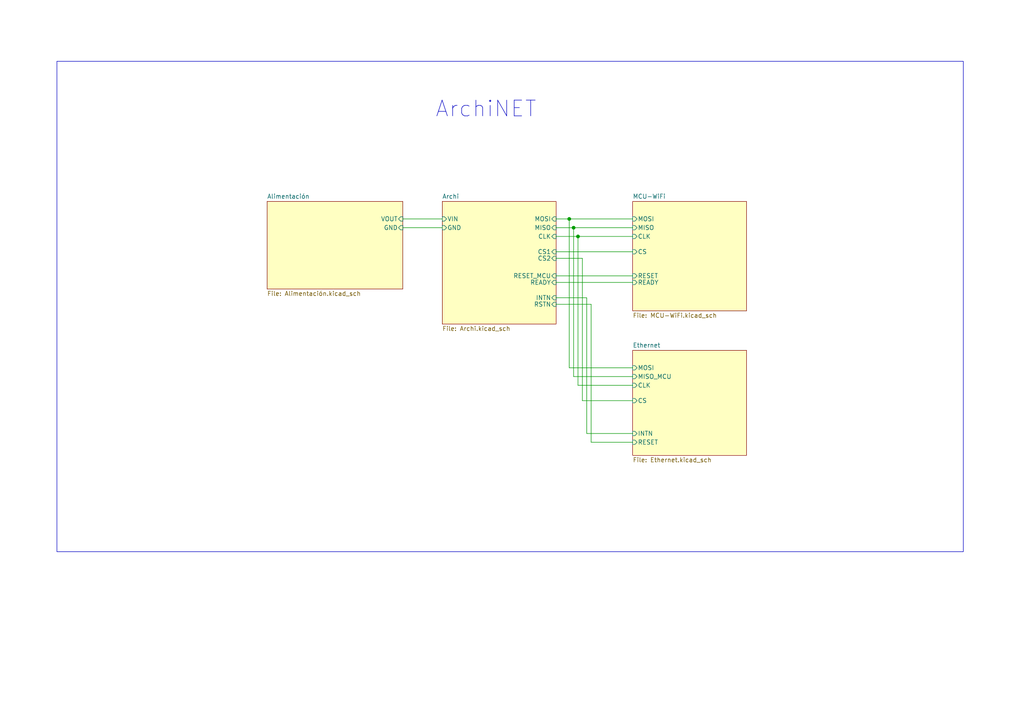
<source format=kicad_sch>
(kicad_sch
	(version 20231120)
	(generator "eeschema")
	(generator_version "8.0")
	(uuid "35cd6522-dedd-4747-926a-ebf273b4ab66")
	(paper "A4")
	(lib_symbols)
	(junction
		(at 166.37 66.04)
		(diameter 0)
		(color 0 0 0 0)
		(uuid "04d4c6f5-f4e1-4ed7-b8cd-bd12716fa9d6")
	)
	(junction
		(at 167.64 68.58)
		(diameter 0)
		(color 0 0 0 0)
		(uuid "95998819-835d-4309-80d2-ba118b42a4fa")
	)
	(junction
		(at 165.1 63.5)
		(diameter 0)
		(color 0 0 0 0)
		(uuid "f96f7bd9-c859-4088-b4a3-3191f976bcf2")
	)
	(wire
		(pts
			(xy 161.29 80.01) (xy 183.515 80.01)
		)
		(stroke
			(width 0)
			(type default)
		)
		(uuid "080ed600-6eb1-4ced-9df1-b0adf862a362")
	)
	(wire
		(pts
			(xy 165.1 63.5) (xy 183.515 63.5)
		)
		(stroke
			(width 0)
			(type default)
		)
		(uuid "0f082fda-96dc-4b24-9613-8bb6f2e53fd1")
	)
	(wire
		(pts
			(xy 161.29 66.04) (xy 166.37 66.04)
		)
		(stroke
			(width 0)
			(type default)
		)
		(uuid "15d90fc5-49b2-4939-ae87-ec49de0498cd")
	)
	(wire
		(pts
			(xy 161.29 73.025) (xy 183.515 73.025)
		)
		(stroke
			(width 0)
			(type default)
		)
		(uuid "19ac8025-5746-466b-ac59-0a23bbe86831")
	)
	(wire
		(pts
			(xy 166.37 109.22) (xy 166.37 66.04)
		)
		(stroke
			(width 0)
			(type default)
		)
		(uuid "3b06db93-0bfd-40c2-bb94-2681c8301706")
	)
	(wire
		(pts
			(xy 167.64 68.58) (xy 183.515 68.58)
		)
		(stroke
			(width 0)
			(type default)
		)
		(uuid "3d7c8f64-e982-456f-b862-48fd395e575b")
	)
	(wire
		(pts
			(xy 166.37 66.04) (xy 183.515 66.04)
		)
		(stroke
			(width 0)
			(type default)
		)
		(uuid "4807ac40-76eb-452f-8211-abc4b01f6e15")
	)
	(wire
		(pts
			(xy 171.45 88.265) (xy 161.29 88.265)
		)
		(stroke
			(width 0)
			(type default)
		)
		(uuid "4dbf78cf-3c09-46d3-a34c-9c1964637311")
	)
	(wire
		(pts
			(xy 165.1 63.5) (xy 165.1 106.68)
		)
		(stroke
			(width 0)
			(type default)
		)
		(uuid "659f2d21-11fe-4fc9-b61e-c6eb0fe46bd5")
	)
	(wire
		(pts
			(xy 165.1 106.68) (xy 183.515 106.68)
		)
		(stroke
			(width 0)
			(type default)
		)
		(uuid "7afc74c0-645a-431a-87b2-2ac191ed80c0")
	)
	(wire
		(pts
			(xy 161.29 81.915) (xy 183.515 81.915)
		)
		(stroke
			(width 0)
			(type default)
		)
		(uuid "7b3d7f0b-db50-44cc-a1a2-c2e20f54c911")
	)
	(wire
		(pts
			(xy 168.91 116.205) (xy 168.91 74.93)
		)
		(stroke
			(width 0)
			(type default)
		)
		(uuid "9aea768d-89ca-4e83-81a0-76ff3b03c094")
	)
	(wire
		(pts
			(xy 183.515 111.76) (xy 167.64 111.76)
		)
		(stroke
			(width 0)
			(type default)
		)
		(uuid "a354a12e-fa16-4015-b163-22560cd45784")
	)
	(wire
		(pts
			(xy 167.64 111.76) (xy 167.64 68.58)
		)
		(stroke
			(width 0)
			(type default)
		)
		(uuid "ba70902a-3719-4c7f-80ab-a1e1b0a5053a")
	)
	(wire
		(pts
			(xy 183.515 116.205) (xy 168.91 116.205)
		)
		(stroke
			(width 0)
			(type default)
		)
		(uuid "c30a3d26-26e9-405e-ab43-5d68ae697c2f")
	)
	(wire
		(pts
			(xy 171.45 128.27) (xy 183.515 128.27)
		)
		(stroke
			(width 0)
			(type default)
		)
		(uuid "cbd2fe98-f8fa-41a6-a492-60a0e8356661")
	)
	(wire
		(pts
			(xy 170.18 86.36) (xy 170.18 125.73)
		)
		(stroke
			(width 0)
			(type default)
		)
		(uuid "d23f9a67-1fcc-4bf7-b3f9-b3924c317e81")
	)
	(wire
		(pts
			(xy 171.45 128.27) (xy 171.45 88.265)
		)
		(stroke
			(width 0)
			(type default)
		)
		(uuid "d5acecd0-3a30-4a7d-baea-1110d672a448")
	)
	(wire
		(pts
			(xy 168.91 74.93) (xy 161.29 74.93)
		)
		(stroke
			(width 0)
			(type default)
		)
		(uuid "d6af8595-1dd0-47aa-8deb-0499270de234")
	)
	(wire
		(pts
			(xy 161.29 68.58) (xy 167.64 68.58)
		)
		(stroke
			(width 0)
			(type default)
		)
		(uuid "d8371fa0-a7a1-4730-8959-9e593f44c6f6")
	)
	(wire
		(pts
			(xy 116.84 66.04) (xy 128.27 66.04)
		)
		(stroke
			(width 0)
			(type default)
		)
		(uuid "dd9ea5ce-9d82-40bf-b595-d096dc298edc")
	)
	(wire
		(pts
			(xy 183.515 109.22) (xy 166.37 109.22)
		)
		(stroke
			(width 0)
			(type default)
		)
		(uuid "e486e3d7-b061-41a3-b9a0-5921927b8ee1")
	)
	(wire
		(pts
			(xy 161.29 86.36) (xy 170.18 86.36)
		)
		(stroke
			(width 0)
			(type default)
		)
		(uuid "e5b858a5-544c-43cb-b302-8970fcf3d1e4")
	)
	(wire
		(pts
			(xy 116.84 63.5) (xy 128.27 63.5)
		)
		(stroke
			(width 0)
			(type default)
		)
		(uuid "eac16cb7-b858-4ab7-af3b-0060d9d20232")
	)
	(wire
		(pts
			(xy 170.18 125.73) (xy 183.515 125.73)
		)
		(stroke
			(width 0)
			(type default)
		)
		(uuid "f1814bb6-9de3-44b5-bfee-d47de3961af0")
	)
	(wire
		(pts
			(xy 161.29 63.5) (xy 165.1 63.5)
		)
		(stroke
			(width 0)
			(type default)
		)
		(uuid "fc30e2c1-cab5-492b-9a4c-d129a6bee523")
	)
	(rectangle
		(start 16.51 17.78)
		(end 279.4 160.02)
		(stroke
			(width 0)
			(type default)
		)
		(fill
			(type none)
		)
		(uuid fff62d18-3a6b-4aa4-b1ac-09e3319305f4)
	)
	(text "ArchiNET"
		(exclude_from_sim no)
		(at 140.97 31.75 0)
		(effects
			(font
				(size 4.572 4.572)
			)
		)
		(uuid "a343cbf4-8df5-4517-88a1-989e10595a2e")
	)
	(sheet
		(at 183.515 58.42)
		(size 33.02 31.75)
		(fields_autoplaced yes)
		(stroke
			(width 0.1524)
			(type solid)
		)
		(fill
			(color 255 255 194 1.0000)
		)
		(uuid "7cdbc004-5691-4fd4-8a0f-d3a78b28e9f2")
		(property "Sheetname" "MCU-WiFi"
			(at 183.515 57.7084 0)
			(effects
				(font
					(size 1.27 1.27)
				)
				(justify left bottom)
			)
		)
		(property "Sheetfile" "MCU-WiFi.kicad_sch"
			(at 183.515 90.7546 0)
			(effects
				(font
					(size 1.27 1.27)
				)
				(justify left top)
			)
		)
		(pin "READY" input
			(at 183.515 81.915 180)
			(effects
				(font
					(size 1.27 1.27)
				)
				(justify left)
			)
			(uuid "433ada10-1143-45d4-8c50-35e2b1053fd8")
		)
		(pin "CLK" input
			(at 183.515 68.58 180)
			(effects
				(font
					(size 1.27 1.27)
				)
				(justify left)
			)
			(uuid "cae1ab16-2c35-41fa-b068-d7388273837a")
		)
		(pin "MOSI" input
			(at 183.515 63.5 180)
			(effects
				(font
					(size 1.27 1.27)
				)
				(justify left)
			)
			(uuid "f8d0f520-c103-4941-aa29-e28e736d534e")
		)
		(pin "MISO" input
			(at 183.515 66.04 180)
			(effects
				(font
					(size 1.27 1.27)
				)
				(justify left)
			)
			(uuid "baafa96c-3f38-4d1c-80a9-3f24f38dffe5")
		)
		(pin "CS" input
			(at 183.515 73.025 180)
			(effects
				(font
					(size 1.27 1.27)
				)
				(justify left)
			)
			(uuid "15bc89b7-f447-43b1-bb8a-6e04d1d59c99")
		)
		(pin "RESET" input
			(at 183.515 80.01 180)
			(effects
				(font
					(size 1.27 1.27)
				)
				(justify left)
			)
			(uuid "2d427f51-4f5e-41d4-824f-fa0f5d909d00")
		)
		(instances
			(project "A-NET"
				(path "/35cd6522-dedd-4747-926a-ebf273b4ab66"
					(page "3")
				)
			)
		)
	)
	(sheet
		(at 183.515 101.6)
		(size 33.02 30.48)
		(fields_autoplaced yes)
		(stroke
			(width 0.1524)
			(type solid)
		)
		(fill
			(color 255 255 194 1.0000)
		)
		(uuid "87db1f9a-df11-4ed3-82e8-c2f413192aa0")
		(property "Sheetname" "Ethernet"
			(at 183.515 100.8884 0)
			(effects
				(font
					(size 1.27 1.27)
				)
				(justify left bottom)
			)
		)
		(property "Sheetfile" "Ethernet.kicad_sch"
			(at 183.515 132.6646 0)
			(effects
				(font
					(size 1.27 1.27)
				)
				(justify left top)
			)
		)
		(pin "CS" input
			(at 183.515 116.205 180)
			(effects
				(font
					(size 1.27 1.27)
				)
				(justify left)
			)
			(uuid "a6e99a19-ffcc-43ef-99b7-0a9de97a3550")
		)
		(pin "MOSI" input
			(at 183.515 106.68 180)
			(effects
				(font
					(size 1.27 1.27)
				)
				(justify left)
			)
			(uuid "17644b7e-ca7f-4db3-a17c-7a1f640c2d7b")
		)
		(pin "CLK" input
			(at 183.515 111.76 180)
			(effects
				(font
					(size 1.27 1.27)
				)
				(justify left)
			)
			(uuid "c59a2ffd-5b15-43c3-a314-986da586c67d")
		)
		(pin "RESET" input
			(at 183.515 128.27 180)
			(effects
				(font
					(size 1.27 1.27)
				)
				(justify left)
			)
			(uuid "dc4d6264-44cd-422f-8f55-b2da115935ab")
		)
		(pin "MISO_MCU" input
			(at 183.515 109.22 180)
			(effects
				(font
					(size 1.27 1.27)
				)
				(justify left)
			)
			(uuid "531091d7-feaf-45b9-b3d4-42242a50b1cb")
		)
		(pin "INTN" input
			(at 183.515 125.73 180)
			(effects
				(font
					(size 1.27 1.27)
				)
				(justify left)
			)
			(uuid "28680de5-89b6-4bdb-ae4e-ebf3aafe0876")
		)
		(instances
			(project "A-NET"
				(path "/35cd6522-dedd-4747-926a-ebf273b4ab66"
					(page "4")
				)
			)
		)
	)
	(sheet
		(at 128.27 58.42)
		(size 33.02 35.56)
		(fields_autoplaced yes)
		(stroke
			(width 0.1524)
			(type solid)
		)
		(fill
			(color 255 255 194 1.0000)
		)
		(uuid "ea869af3-c719-4069-98d4-3aadadb82bc8")
		(property "Sheetname" "Archi"
			(at 128.27 57.7084 0)
			(effects
				(font
					(size 1.27 1.27)
				)
				(justify left bottom)
			)
		)
		(property "Sheetfile" "Archi.kicad_sch"
			(at 128.27 94.5646 0)
			(effects
				(font
					(size 1.27 1.27)
				)
				(justify left top)
			)
		)
		(pin "CS2" input
			(at 161.29 74.93 0)
			(effects
				(font
					(size 1.27 1.27)
				)
				(justify right)
			)
			(uuid "153a2c75-b060-4c46-a00c-e7d52b1c226f")
		)
		(pin "MOSI" input
			(at 161.29 63.5 0)
			(effects
				(font
					(size 1.27 1.27)
				)
				(justify right)
			)
			(uuid "128dab3c-0943-4c03-a8ad-a003bb0f5125")
		)
		(pin "MISO" input
			(at 161.29 66.04 0)
			(effects
				(font
					(size 1.27 1.27)
				)
				(justify right)
			)
			(uuid "b7f3da10-951b-4af0-87fc-e521aac447c5")
		)
		(pin "CLK" input
			(at 161.29 68.58 0)
			(effects
				(font
					(size 1.27 1.27)
				)
				(justify right)
			)
			(uuid "1916a93b-c3e0-4eec-90da-a6340c6d8310")
		)
		(pin "CS1" input
			(at 161.29 73.025 0)
			(effects
				(font
					(size 1.27 1.27)
				)
				(justify right)
			)
			(uuid "34b3f9d1-b242-4cb5-af8e-9678da31e926")
		)
		(pin "READY" input
			(at 161.29 81.915 0)
			(effects
				(font
					(size 1.27 1.27)
				)
				(justify right)
			)
			(uuid "ee3520f9-c778-47a1-87bb-d03431d4b599")
		)
		(pin "RESET_MCU" input
			(at 161.29 80.01 0)
			(effects
				(font
					(size 1.27 1.27)
				)
				(justify right)
			)
			(uuid "b268e63c-fbf1-4d5f-8cc7-3f534e441166")
		)
		(pin "VIN" input
			(at 128.27 63.5 180)
			(effects
				(font
					(size 1.27 1.27)
				)
				(justify left)
			)
			(uuid "a9f77f12-7f73-46bd-866f-3af02ba30a5e")
		)
		(pin "GND" input
			(at 128.27 66.04 180)
			(effects
				(font
					(size 1.27 1.27)
				)
				(justify left)
			)
			(uuid "acaedb2f-0445-4430-abf9-33c0fc090a63")
		)
		(pin "INTN" input
			(at 161.29 86.36 0)
			(effects
				(font
					(size 1.27 1.27)
				)
				(justify right)
			)
			(uuid "6176e643-5f59-4742-b30c-eaec357bd59f")
		)
		(pin "RSTN" input
			(at 161.29 88.265 0)
			(effects
				(font
					(size 1.27 1.27)
				)
				(justify right)
			)
			(uuid "40199353-ed75-49e7-9687-be48c7f1cd19")
		)
		(instances
			(project "A-NET"
				(path "/35cd6522-dedd-4747-926a-ebf273b4ab66"
					(page "5")
				)
			)
		)
	)
	(sheet
		(at 77.47 58.42)
		(size 39.37 25.4)
		(fields_autoplaced yes)
		(stroke
			(width 0.1524)
			(type solid)
		)
		(fill
			(color 255 255 194 1.0000)
		)
		(uuid "f180fa7a-9c78-4078-b343-604f305e02a1")
		(property "Sheetname" "Alimentación"
			(at 77.47 57.7084 0)
			(effects
				(font
					(size 1.27 1.27)
				)
				(justify left bottom)
			)
		)
		(property "Sheetfile" "Alimentación.kicad_sch"
			(at 77.47 84.4046 0)
			(effects
				(font
					(size 1.27 1.27)
				)
				(justify left top)
			)
		)
		(pin "GND" input
			(at 116.84 66.04 0)
			(effects
				(font
					(size 1.27 1.27)
				)
				(justify right)
			)
			(uuid "4a1634d1-e7d4-41a1-a637-fa401bd7a487")
		)
		(pin "VOUT" input
			(at 116.84 63.5 0)
			(effects
				(font
					(size 1.27 1.27)
				)
				(justify right)
			)
			(uuid "0a5cc4f7-30d7-4817-8b1c-fd47e9a292ea")
		)
		(instances
			(project "A-NET"
				(path "/35cd6522-dedd-4747-926a-ebf273b4ab66"
					(page "2")
				)
			)
		)
	)
	(sheet_instances
		(path "/"
			(page "1")
		)
	)
)

</source>
